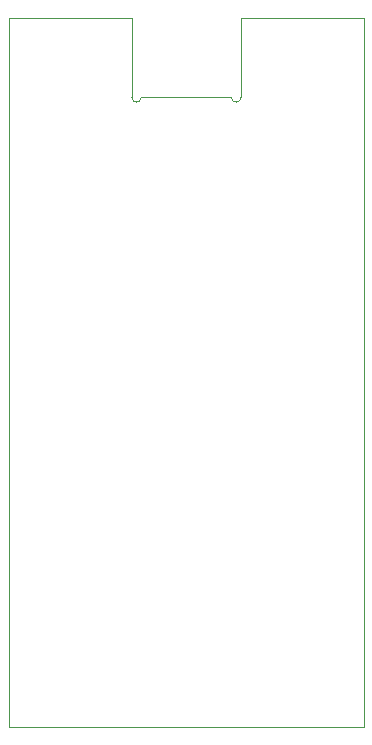
<source format=gm1>
G04 #@! TF.GenerationSoftware,KiCad,Pcbnew,8.0.8+1*
G04 #@! TF.CreationDate,2025-02-19T14:50:03+01:00*
G04 #@! TF.ProjectId,rp2040,72703230-3430-42e6-9b69-6361645f7063,rev?*
G04 #@! TF.SameCoordinates,Original*
G04 #@! TF.FileFunction,Profile,NP*
%FSLAX46Y46*%
G04 Gerber Fmt 4.6, Leading zero omitted, Abs format (unit mm)*
G04 Created by KiCad (PCBNEW 8.0.8+1) date 2025-02-19 14:50:03*
%MOMM*%
%LPD*%
G01*
G04 APERTURE LIST*
G04 #@! TA.AperFunction,Profile*
%ADD10C,0.050000*%
G04 #@! TD*
G04 #@! TA.AperFunction,Profile*
%ADD11C,0.100000*%
G04 #@! TD*
G04 APERTURE END LIST*
D10*
X127200000Y-71515000D02*
X137580000Y-71515000D01*
X127200000Y-131515000D02*
X157200000Y-131515000D01*
X157200000Y-71515000D02*
X146820000Y-71515000D01*
X127200000Y-131515000D02*
X127200000Y-71515000D01*
X157200000Y-131515000D02*
X157200000Y-71515000D01*
D11*
X137580000Y-78215000D02*
X137580000Y-71515000D01*
X146020000Y-78215000D02*
X138380000Y-78215000D01*
X146820000Y-71515000D02*
X146820000Y-78215000D01*
X138380000Y-78215000D02*
G75*
G02*
X137580000Y-78215000I-400000J0D01*
G01*
X146820000Y-78215000D02*
G75*
G02*
X146020000Y-78215000I-400000J0D01*
G01*
M02*

</source>
